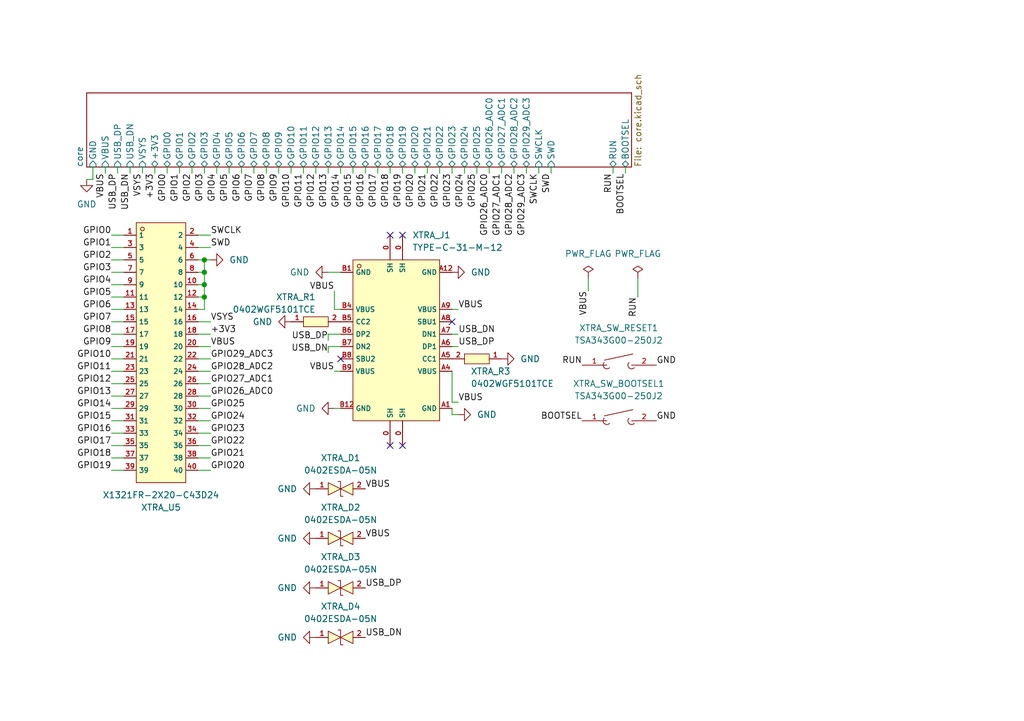
<source format=kicad_sch>
(kicad_sch (version 20230121) (generator eeschema)
  (paper "A5")
  (title_block (title "xtrapico") (date "2024-02-09") (rev "rev0") (company "zeriyoshi") (comment 1 "https://github.com/Breadstick-Innovations/22008-RP2040-Dev-Board") (comment 2 "Based by 22008-RP2040-Dev-Board"))
  (lib_symbols
    (symbol "JLCPCB_0402ESDA-05N:0402ESDA-05N" (pin_names hide)
      (property "Reference" "D" (at 0 1.27 0))
      (property "Value" "0402ESDA-05N" (at 0 -2.54 0))
      (symbol "0402ESDA-05N_0_1"
        (polyline (pts (xy -2.54 1.27) (xy 0 0) (xy -2.54 -1.27) (xy -2.54 1.27)) (fill (type background)))
        (polyline (pts (xy 2.54 1.27) (xy 0 0) (xy 2.54 -1.27) (xy 2.54 1.27)) (fill (type background)))
        (polyline (pts (xy -0.508 1.524) (xy -0.508 1.524) (xy 0 1.524) (xy 0 -1.524) (xy 0.508 -1.524) (xy 0.508 -1.524)))
      )
      (symbol "0402ESDA-05N_1_1"
        (pin passive line (at -5.08 0 0) (length 2.54) (name "1") (number "1"))
        (pin passive line (at 5.08 0 180) (length 2.54) (name "2") (number "2"))
      )
    )
    (symbol "JLCPCB_0402WGF5101TCE:0402WGF5101TCE" (pin_names hide)
      (property "Reference" "R" (at 0 1.27 0))
      (property "Value" "0402WGF5101TCE" (at 0 -2.54 0))
      (symbol "0402WGF5101TCE_0_1"
        (rectangle (start -2.54 1.016) (end 2.54 -1.016) (fill (type background)))
      )
      (symbol "0402WGF5101TCE_1_1"
        (pin passive line (at -5.08 0 0) (length 2.54) (name "1") (number "1"))
        (pin passive line (at 5.08 0 180) (length 2.54) (name "2") (number "2"))
      )
    )
    (symbol "JLCPCB_TSA343G00-250J2:TSA343G00-250J2" (pin_names hide)
      (property "Reference" "SW" (at 0 1.27 0))
      (property "Value" "TSA343G00-250J2" (at 0 -2.54 0))
      (symbol "TSA343G00-250J2_0_1"
        (arc (start -3.0788 0.5388) (mid -3.0788 -0.5388) (end -2.0012 -0.5389))
        (polyline (pts (xy -3.048 1.016) (xy 2.794 2.286)))
        (arc (start 2.0012 0.5388) (mid 2.0012 -0.5388) (end 3.0788 -0.5389))
        (pin input line (at -7.62 0 0) (length 5.08) (name "1") (number "1"))
        (pin input line (at 7.62 0 180) (length 5.08) (name "2") (number "2"))
      )
    )
    (symbol "JLCPCB_TYPE-C-31-M-12:TYPE-C-31-M-12"
      (property "Reference" "U" (at 0 1.27 0))
      (property "Value" "TYPE-C-31-M-12" (at 0 -2.54 0))
      (symbol "TYPE-C-31-M-12_0_1"
        (rectangle (start -8.89 16.51) (end 8.89 -16.51) (fill (type background)))
        (circle (center -7.62 15.24) (radius 0.381) (fill (type background)))
      )
      (symbol "TYPE-C-31-M-12_1_1"
        (pin passive line (at -1.27 -21.59 90) (length 5.08) (name "SH") (number "0"))
        (pin passive line (at -1.27 21.59 270) (length 5.08) (name "SH") (number "0"))
        (pin passive line (at 1.27 -21.59 90) (length 5.08) (name "SH") (number "0"))
        (pin passive line (at 1.27 21.59 270) (length 5.08) (name "SH") (number "0"))
        (pin power_in line (at 11.43 -13.97 180) (length 2.54) (name "GND") (number "A1"))
        (pin power_in line (at 11.43 13.97 180) (length 2.54) (name "GND") (number "A12"))
        (pin power_in line (at 11.43 -6.35 180) (length 2.54) (name "VBUS") (number "A4"))
        (pin bidirectional line (at 11.43 -3.81 180) (length 2.54) (name "CC1") (number "A5"))
        (pin bidirectional line (at 11.43 -1.27 180) (length 2.54) (name "DP1") (number "A6"))
        (pin bidirectional line (at 11.43 1.27 180) (length 2.54) (name "DN1") (number "A7"))
        (pin bidirectional line (at 11.43 3.81 180) (length 2.54) (name "SBU1") (number "A8"))
        (pin power_in line (at 11.43 6.35 180) (length 2.54) (name "VBUS") (number "A9"))
        (pin power_in line (at -11.43 13.97 0) (length 2.54) (name "GND") (number "B1"))
        (pin power_in line (at -11.43 -13.97 0) (length 2.54) (name "GND") (number "B12"))
        (pin power_in line (at -11.43 6.35 0) (length 2.54) (name "VBUS") (number "B4"))
        (pin bidirectional line (at -11.43 3.81 0) (length 2.54) (name "CC2") (number "B5"))
        (pin bidirectional line (at -11.43 1.27 0) (length 2.54) (name "DP2") (number "B6"))
        (pin bidirectional line (at -11.43 -1.27 0) (length 2.54) (name "DN2") (number "B7"))
        (pin bidirectional line (at -11.43 -3.81 0) (length 2.54) (name "SBU2") (number "B8"))
        (pin power_in line (at -11.43 -6.35 0) (length 2.54) (name "VBUS") (number "B9"))
      )
    )
    (symbol "JLCPCB_X1321FR-2X20-C43D24:X1321FR-2X20-C43D24"
      (property "Reference" "U" (at 0 1.27 0))
      (property "Value" "X1321FR-2X20-C43D24" (at 0 -2.54 0))
      (symbol "X1321FR-2X20-C43D24_0_1"
        (rectangle (start -5.08 26.6701) (end 5.08 -26.6701) (fill (type background)))
        (circle (center -3.81 25.4001) (radius 0.381) (fill (type background)))
      )
      (symbol "X1321FR-2X20-C43D24_1_1"
        (pin passive line (at -7.62 24.13 0) (length 2.54) (name "1") (number "1"))
        (pin passive line (at 7.62 13.97 180) (length 2.54) (name "10") (number "10"))
        (pin passive line (at -7.62 11.43 0) (length 2.54) (name "11") (number "11"))
        (pin passive line (at 7.62 11.43 180) (length 2.54) (name "12") (number "12"))
        (pin passive line (at -7.62 8.89 0) (length 2.54) (name "13") (number "13"))
        (pin passive line (at 7.62 8.89 180) (length 2.54) (name "14") (number "14"))
        (pin passive line (at -7.62 6.35 0) (length 2.54) (name "15") (number "15"))
        (pin passive line (at 7.62 6.35 180) (length 2.54) (name "16") (number "16"))
        (pin passive line (at -7.62 3.81 0) (length 2.54) (name "17") (number "17"))
        (pin passive line (at 7.62 3.81 180) (length 2.54) (name "18") (number "18"))
        (pin passive line (at -7.62 1.27 0) (length 2.54) (name "19") (number "19"))
        (pin passive line (at 7.62 24.13 180) (length 2.54) (name "2") (number "2"))
        (pin passive line (at 7.62 1.27 180) (length 2.54) (name "20") (number "20"))
        (pin passive line (at -7.62 -1.27 0) (length 2.54) (name "21") (number "21"))
        (pin passive line (at 7.62 -1.27 180) (length 2.54) (name "22") (number "22"))
        (pin passive line (at -7.62 -3.81 0) (length 2.54) (name "23") (number "23"))
        (pin passive line (at 7.62 -3.81 180) (length 2.54) (name "24") (number "24"))
        (pin passive line (at -7.62 -6.35 0) (length 2.54) (name "25") (number "25"))
        (pin passive line (at 7.62 -6.35 180) (length 2.54) (name "26") (number "26"))
        (pin passive line (at -7.62 -8.89 0) (length 2.54) (name "27") (number "27"))
        (pin passive line (at 7.62 -8.89 180) (length 2.54) (name "28") (number "28"))
        (pin passive line (at -7.62 -11.43 0) (length 2.54) (name "29") (number "29"))
        (pin passive line (at -7.62 21.59 0) (length 2.54) (name "3") (number "3"))
        (pin passive line (at 7.62 -11.43 180) (length 2.54) (name "30") (number "30"))
        (pin passive line (at -7.62 -13.97 0) (length 2.54) (name "31") (number "31"))
        (pin passive line (at 7.62 -13.97 180) (length 2.54) (name "32") (number "32"))
        (pin passive line (at -7.62 -16.51 0) (length 2.54) (name "33") (number "33"))
        (pin passive line (at 7.62 -16.51 180) (length 2.54) (name "34") (number "34"))
        (pin passive line (at -7.62 -19.05 0) (length 2.54) (name "35") (number "35"))
        (pin passive line (at 7.62 -19.05 180) (length 2.54) (name "36") (number "36"))
        (pin passive line (at -7.62 -21.59 0) (length 2.54) (name "37") (number "37"))
        (pin passive line (at 7.62 -21.59 180) (length 2.54) (name "38") (number "38"))
        (pin passive line (at -7.62 -24.13 0) (length 2.54) (name "39") (number "39"))
        (pin passive line (at 7.62 21.59 180) (length 2.54) (name "4") (number "4"))
        (pin passive line (at 7.62 -24.13 180) (length 2.54) (name "40") (number "40"))
        (pin passive line (at -7.62 19.05 0) (length 2.54) (name "5") (number "5"))
        (pin passive line (at 7.62 19.05 180) (length 2.54) (name "6") (number "6"))
        (pin passive line (at -7.62 16.51 0) (length 2.54) (name "7") (number "7"))
        (pin passive line (at 7.62 16.51 180) (length 2.54) (name "8") (number "8"))
        (pin passive line (at -7.62 13.97 0) (length 2.54) (name "9") (number "9"))
      )
    )
    (symbol "power:GND" (power) (pin_names (offset 0))
      (property "Value" "GND" (at 0 -3.81 0))
      (symbol "GND_0_1"
        (polyline (pts (xy 0 0) (xy 0 -1.27) (xy 1.27 -1.27) (xy 0 -2.54) (xy -1.27 -1.27) (xy 0 -1.27)))
      )
      (symbol "GND_1_1"
        (pin power_in line (at 0 0 270) (length 0) hide (name "GND") (number "1"))
      )
    )
    (symbol "power:PWR_FLAG" (power) (pin_numbers hide) (pin_names (offset 0) hide)
      (property "Value" "PWR_FLAG" (at 0 3.81 0))
      (symbol "PWR_FLAG_0_0"
        (pin power_out line (at 0 0 90) (length 0) (name "pwr") (number "1"))
      )
      (symbol "PWR_FLAG_0_1"
        (polyline (pts (xy 0 0) (xy 0 1.27) (xy -1.016 1.905) (xy 0 2.54) (xy 1.016 1.905) (xy 0 1.27)))
      )
    )
  )
  (junction (at 41.91 60.96))
  (junction (at 41.91 53.34))
  (junction (at 41.91 58.42))
  (junction (at 41.91 55.88))
  (no_connect (at 92.71 66.04))
  (no_connect (at 80.01 48.26))
  (no_connect (at 82.55 91.44))
  (no_connect (at 82.55 48.26))
  (no_connect (at 69.85 73.66))
  (no_connect (at 80.01 91.44))
  (wire (pts (xy 41.91 34.29) (xy 41.91 35.56)))
  (wire (pts (xy 17.78 36.83) (xy 19.05 36.83)))
  (wire (pts (xy 40.64 81.28) (xy 43.18 81.28)))
  (wire (pts (xy 40.64 83.82) (xy 43.18 83.82)))
  (wire (pts (xy 67.31 69.85) (xy 67.31 68.58)))
  (wire (pts (xy 41.91 55.88) (xy 40.64 55.88)))
  (wire (pts (xy 72.39 34.29) (xy 72.39 35.56)))
  (wire (pts (xy 90.17 34.29) (xy 90.17 35.56)))
  (wire (pts (xy 93.98 82.55) (xy 92.71 82.55)))
  (wire (pts (xy 41.91 53.34) (xy 41.91 55.88)))
  (wire (pts (xy 93.98 85.09) (xy 92.71 85.09)))
  (wire (pts (xy 22.86 93.98) (xy 25.4 93.98)))
  (wire (pts (xy 36.83 34.29) (xy 36.83 35.56)))
  (wire (pts (xy 41.91 55.88) (xy 41.91 58.42)))
  (wire (pts (xy 22.86 68.58) (xy 25.4 68.58)))
  (wire (pts (xy 41.91 60.96) (xy 41.91 63.5)))
  (wire (pts (xy 77.47 34.29) (xy 77.47 35.56)))
  (wire (pts (xy 22.86 66.04) (xy 25.4 66.04)))
  (wire (pts (xy 92.71 85.09) (xy 92.71 83.82)))
  (wire (pts (xy 64.77 34.29) (xy 64.77 35.56)))
  (wire (pts (xy 22.86 63.5) (xy 25.4 63.5)))
  (wire (pts (xy 29.21 34.29) (xy 29.21 35.56)))
  (wire (pts (xy 40.64 66.04) (xy 43.18 66.04)))
  (wire (pts (xy 21.59 34.29) (xy 21.59 35.56)))
  (wire (pts (xy 22.86 78.74) (xy 25.4 78.74)))
  (wire (pts (xy 22.86 53.34) (xy 25.4 53.34)))
  (wire (pts (xy 22.86 88.9) (xy 25.4 88.9)))
  (wire (pts (xy 67.31 68.58) (xy 69.85 68.58)))
  (wire (pts (xy 68.58 59.69) (xy 68.58 63.5)))
  (wire (pts (xy 67.31 71.12) (xy 69.85 71.12)))
  (wire (pts (xy 40.64 88.9) (xy 43.18 88.9)))
  (wire (pts (xy 52.07 34.29) (xy 52.07 35.56)))
  (wire (pts (xy 102.87 34.29) (xy 102.87 35.56)))
  (wire (pts (xy 74.93 34.29) (xy 74.93 35.56)))
  (wire (pts (xy 87.63 34.29) (xy 87.63 35.56)))
  (wire (pts (xy 49.53 34.29) (xy 49.53 35.56)))
  (wire (pts (xy 69.85 34.29) (xy 69.85 35.56)))
  (wire (pts (xy 40.64 71.12) (xy 43.18 71.12)))
  (wire (pts (xy 19.05 34.29) (xy 19.05 36.83)))
  (wire (pts (xy 31.75 34.29) (xy 31.75 35.56)))
  (wire (pts (xy 105.41 34.29) (xy 105.41 35.56)))
  (wire (pts (xy 40.64 86.36) (xy 43.18 86.36)))
  (wire (pts (xy 22.86 50.8) (xy 25.4 50.8)))
  (wire (pts (xy 92.71 82.55) (xy 92.71 76.2)))
  (wire (pts (xy 40.64 96.52) (xy 43.18 96.52)))
  (wire (pts (xy 93.98 63.5) (xy 92.71 63.5)))
  (wire (pts (xy 22.86 71.12) (xy 25.4 71.12)))
  (wire (pts (xy 40.64 68.58) (xy 43.18 68.58)))
  (wire (pts (xy 125.73 34.29) (xy 125.73 35.56)))
  (wire (pts (xy 22.86 73.66) (xy 25.4 73.66)))
  (wire (pts (xy 110.49 34.29) (xy 110.49 35.56)))
  (wire (pts (xy 130.81 57.15) (xy 130.81 60.96)))
  (wire (pts (xy 68.58 83.82) (xy 69.85 83.82)))
  (wire (pts (xy 40.64 93.98) (xy 43.18 93.98)))
  (wire (pts (xy 22.86 83.82) (xy 25.4 83.82)))
  (wire (pts (xy 40.64 91.44) (xy 43.18 91.44)))
  (wire (pts (xy 82.55 34.29) (xy 82.55 35.56)))
  (wire (pts (xy 40.64 78.74) (xy 43.18 78.74)))
  (wire (pts (xy 40.64 76.2) (xy 43.18 76.2)))
  (wire (pts (xy 40.64 73.66) (xy 43.18 73.66)))
  (wire (pts (xy 44.45 34.29) (xy 44.45 35.56)))
  (wire (pts (xy 22.86 48.26) (xy 25.4 48.26)))
  (wire (pts (xy 22.86 60.96) (xy 25.4 60.96)))
  (wire (pts (xy 22.86 76.2) (xy 25.4 76.2)))
  (wire (pts (xy 80.01 34.29) (xy 80.01 35.56)))
  (wire (pts (xy 24.13 34.29) (xy 24.13 35.56)))
  (wire (pts (xy 68.58 76.2) (xy 69.85 76.2)))
  (wire (pts (xy 46.99 34.29) (xy 46.99 35.56)))
  (wire (pts (xy 92.71 34.29) (xy 92.71 35.56)))
  (wire (pts (xy 128.27 34.29) (xy 128.27 35.56)))
  (wire (pts (xy 22.86 91.44) (xy 25.4 91.44)))
  (wire (pts (xy 97.79 34.29) (xy 97.79 35.56)))
  (wire (pts (xy 67.31 55.88) (xy 69.85 55.88)))
  (wire (pts (xy 100.33 34.29) (xy 100.33 35.56)))
  (wire (pts (xy 67.31 72.39) (xy 67.31 71.12)))
  (wire (pts (xy 93.98 68.58) (xy 92.71 68.58)))
  (wire (pts (xy 85.09 34.29) (xy 85.09 35.56)))
  (wire (pts (xy 59.69 34.29) (xy 59.69 35.56)))
  (wire (pts (xy 41.91 63.5) (xy 40.64 63.5)))
  (wire (pts (xy 68.58 63.5) (xy 69.85 63.5)))
  (wire (pts (xy 40.64 50.8) (xy 43.18 50.8)))
  (wire (pts (xy 67.31 34.29) (xy 67.31 35.56)))
  (wire (pts (xy 41.91 58.42) (xy 41.91 60.96)))
  (wire (pts (xy 41.91 60.96) (xy 40.64 60.96)))
  (wire (pts (xy 40.64 53.34) (xy 41.91 53.34)))
  (wire (pts (xy 62.23 34.29) (xy 62.23 35.56)))
  (wire (pts (xy 57.15 34.29) (xy 57.15 35.56)))
  (wire (pts (xy 41.91 53.34) (xy 43.18 53.34)))
  (wire (pts (xy 22.86 86.36) (xy 25.4 86.36)))
  (wire (pts (xy 95.25 34.29) (xy 95.25 35.56)))
  (wire (pts (xy 54.61 34.29) (xy 54.61 35.56)))
  (wire (pts (xy 41.91 58.42) (xy 40.64 58.42)))
  (wire (pts (xy 22.86 96.52) (xy 25.4 96.52)))
  (wire (pts (xy 107.95 34.29) (xy 107.95 35.56)))
  (wire (pts (xy 120.65 57.15) (xy 120.65 59.69)))
  (wire (pts (xy 113.03 34.29) (xy 113.03 35.56)))
  (wire (pts (xy 26.67 34.29) (xy 26.67 35.56)))
  (wire (pts (xy 22.86 58.42) (xy 25.4 58.42)))
  (wire (pts (xy 22.86 81.28) (xy 25.4 81.28)))
  (wire (pts (xy 34.29 34.29) (xy 34.29 35.56)))
  (wire (pts (xy 40.64 48.26) (xy 43.18 48.26)))
  (wire (pts (xy 93.98 71.12) (xy 92.71 71.12)))
  (wire (pts (xy 22.86 55.88) (xy 25.4 55.88)))
  (wire (pts (xy 39.37 34.29) (xy 39.37 35.56)))
  (label "VBUS" (at 93.98 82.55 0))
  (label "BOOTSEL" (at 119.38 86.36 180))
  (label "GPIO7" (at 22.86 66.04 180))
  (label "GPIO0" (at 22.86 48.26 180))
  (label "VBUS" (at 43.18 71.12 0))
  (label "GPIO6" (at 22.86 63.5 180))
  (label "RUN" (at 130.81 60.96 270))
  (label "GPIO12" (at 64.77 35.56 270))
  (label "VBUS" (at 74.93 110.49 0))
  (label "GPIO4" (at 44.45 35.56 270))
  (label "USB_DP" (at 67.31 69.85 180))
  (label "GPIO11" (at 62.23 35.56 270))
  (label "GPIO5" (at 22.86 60.96 180))
  (label "GPIO9" (at 22.86 71.12 180))
  (label "SWD" (at 113.03 35.56 270))
  (label "GPIO22" (at 90.17 35.56 270))
  (label "GPIO10" (at 22.86 73.66 180))
  (label "SWCLK" (at 110.49 35.56 270))
  (label "SWCLK" (at 43.18 48.26 0))
  (label "GPIO24" (at 43.18 86.36 0))
  (label "GPIO15" (at 72.39 35.56 270))
  (label "GPIO4" (at 22.86 58.42 180))
  (label "VBUS" (at 21.59 35.56 270))
  (label "GND" (at 134.62 74.93 0))
  (label "GPIO26_ADC0" (at 100.33 35.56 270))
  (label "GPIO10" (at 59.69 35.56 270))
  (label "VBUS" (at 68.58 76.2 180))
  (label "GPIO11" (at 22.86 76.2 180))
  (label "GPIO19" (at 82.55 35.56 270))
  (label "GPIO16" (at 22.86 88.9 180))
  (label "GPIO20" (at 43.18 96.52 0))
  (label "GPIO14" (at 22.86 83.82 180))
  (label "VSYS" (at 29.21 35.56 270))
  (label "GPIO18" (at 80.01 35.56 270))
  (label "GPIO13" (at 67.31 35.56 270))
  (label "GPIO25" (at 43.18 83.82 0))
  (label "GPIO23" (at 43.18 88.9 0))
  (label "GND" (at 134.62 86.36 0))
  (label "GPIO3" (at 22.86 55.88 180))
  (label "GPIO25" (at 97.79 35.56 270))
  (label "RUN" (at 119.38 74.93 180))
  (label "GPIO8" (at 22.86 68.58 180))
  (label "USB_DN" (at 74.93 130.81 0))
  (label "GPIO14" (at 69.85 35.56 270))
  (label "GPIO7" (at 52.07 35.56 270))
  (label "USB_DP" (at 93.98 71.12 0))
  (label "GPIO6" (at 49.53 35.56 270))
  (label "GPIO21" (at 87.63 35.56 270))
  (label "GPIO21" (at 43.18 93.98 0))
  (label "GPIO13" (at 22.86 81.28 180))
  (label "GPIO15" (at 22.86 86.36 180))
  (label "+3V3" (at 31.75 35.56 270))
  (label "USB_DP" (at 24.13 35.56 270))
  (label "USB_DN" (at 26.67 35.56 270))
  (label "GPIO20" (at 85.09 35.56 270))
  (label "GPIO1" (at 22.86 50.8 180))
  (label "RUN" (at 125.73 35.56 270))
  (label "USB_DP" (at 74.93 120.65 0))
  (label "VBUS" (at 74.93 100.33 0))
  (label "GPIO9" (at 57.15 35.56 270))
  (label "GPIO17" (at 22.86 91.44 180))
  (label "VSYS" (at 43.18 66.04 0))
  (label "GPIO26_ADC0" (at 43.18 81.28 0))
  (label "GPIO1" (at 36.83 35.56 270))
  (label "GPIO27_ADC1" (at 102.87 35.56 270))
  (label "VBUS" (at 68.58 59.69 180))
  (label "GPIO19" (at 22.86 96.52 180))
  (label "USB_DN" (at 93.98 68.58 0))
  (label "GPIO0" (at 34.29 35.56 270))
  (label "GPIO29_ADC3" (at 107.95 35.56 270))
  (label "SWD" (at 43.18 50.8 0))
  (label "GPIO2" (at 22.86 53.34 180))
  (label "GPIO17" (at 77.47 35.56 270))
  (label "VBUS" (at 120.65 59.69 270))
  (label "GPIO16" (at 74.93 35.56 270))
  (label "GPIO24" (at 95.25 35.56 270))
  (label "VBUS" (at 93.98 63.5 0))
  (label "GPIO3" (at 41.91 35.56 270))
  (label "USB_DN" (at 67.31 72.39 180))
  (label "GPIO27_ADC1" (at 43.18 78.74 0))
  (label "BOOTSEL" (at 128.27 35.56 270))
  (label "GPIO23" (at 92.71 35.56 270))
  (label "GPIO2" (at 39.37 35.56 270))
  (label "GPIO5" (at 46.99 35.56 270))
  (label "GPIO22" (at 43.18 91.44 0))
  (label "GPIO28_ADC2" (at 43.18 76.2 0))
  (label "GPIO28_ADC2" (at 105.41 35.56 270))
  (label "+3V3" (at 43.18 68.58 0))
  (label "GPIO18" (at 22.86 93.98 180))
  (label "GPIO8" (at 54.61 35.56 270))
  (label "GPIO29_ADC3" (at 43.18 73.66 0))
  (label "GPIO12" (at 22.86 78.74 180))
  (symbol (lib_id "power:GND") (at 68.58 83.82 270) (unit 1)
    (property "Reference" "#PWR07" (effects hide))
    (property "Value" "GND" (at 64.77 83.82 90) (effects (justify right)))
  )
  (symbol (lib_id "JLCPCB_X1321FR-2X20-C43D24:X1321FR-2X20-C43D24") (at 33.02 72.39 0) (unit 1)
    (property "Reference" "XTRA_U5" (at 33.02 104.14 0))
    (property "Value" "X1321FR-2X20-C43D24" (at 33.02 101.6 0))
    (property "Footprint" "JLCPCB:CONN-TH_40P_X1321FR-2X20-C43D24" (effects hide))
    (property "Datasheet" "https://atta.szlcsc.com/upload/public/pdf/source/20211011/EE3425984B7D3E93A87361D002AB757E.pdf" (effects hide))
    (property "LCSC" "C2881906" (effects hide))
  )
  (symbol (lib_id "power:GND") (at 17.78 36.83 0) (unit 1)
    (property "Reference" "#PWR05" (effects hide))
    (property "Value" "GND" (at 17.78 41.91 0))
  )
  (symbol (lib_id "JLCPCB_TYPE-C-31-M-12:TYPE-C-31-M-12") (at 81.28 69.85 0) (unit 1)
    (property "Reference" "XTRA_J1" (at 84.5584 48.26 0) (effects (justify left)))
    (property "Value" "TYPE-C-31-M-12" (at 84.5584 50.8 0) (effects (justify left)))
    (property "Footprint" "JLCPCB:USB-C_SMD-TYPE-C-31-M-12" (effects hide))
    (property "Datasheet" "https://so.szlcsc.com/global.html?c=&k=C165948" (effects hide))
    (property "LCSC" "C165948" (effects hide))
  )
  (symbol (lib_id "JLCPCB_0402WGF5101TCE:0402WGF5101TCE") (at 97.79 73.66 180) (unit 1)
    (property "Reference" "XTRA_R3" (at 96.52 76.2 0) (effects (justify right)))
    (property "Value" "0402WGF5101TCE" (at 96.52 78.74 0) (effects (justify right)))
    (property "Footprint" "JLCPCB:R0402" (effects hide))
    (property "Datasheet" "https://item.szlcsc.com/323315.html" (effects hide))
    (property "LCSC" "C25905" (effects hide))
  )
  (symbol (lib_id "power:PWR_FLAG") (at 120.65 57.15 0) (unit 1)
    (property "Reference" "#FLG02" (effects hide))
    (property "Value" "PWR_FLAG" (at 120.65 52.07 0))
  )
  (symbol (lib_id "power:GND") (at 59.69 66.04 270) (unit 1)
    (property "Reference" "#PWR012" (effects hide))
    (property "Value" "GND" (at 55.88 66.04 90) (effects (justify right)))
  )
  (symbol (lib_id "power:GND") (at 43.18 53.34 90) (unit 1)
    (property "Reference" "#PWR013" (effects hide))
    (property "Value" "GND" (at 46.99 53.34 90) (effects (justify right)))
  )
  (symbol (lib_id "JLCPCB_0402ESDA-05N:0402ESDA-05N") (at 69.85 130.81 0) (unit 1)
    (property "Reference" "XTRA_D4" (at 69.85 124.46 0))
    (property "Value" "0402ESDA-05N" (at 69.85 127 0))
    (property "Footprint" "JLCPCB:D0402-BI" (effects hide))
    (property "Datasheet" "https://item.szlcsc.com/351549.html" (effects hide))
    (property "LCSC" "C316049" (effects hide))
  )
  (symbol (lib_id "JLCPCB_0402ESDA-05N:0402ESDA-05N") (at 69.85 100.33 0) (unit 1)
    (property "Reference" "XTRA_D1" (at 69.85 93.98 0))
    (property "Value" "0402ESDA-05N" (at 69.85 96.52 0))
    (property "Footprint" "JLCPCB:D0402-BI" (effects hide))
    (property "Datasheet" "https://item.szlcsc.com/351549.html" (effects hide))
    (property "LCSC" "C316049" (effects hide))
  )
  (symbol (lib_id "power:GND") (at 64.77 120.65 270) (unit 1)
    (property "Reference" "#PWR01" (effects hide))
    (property "Value" "GND" (at 60.96 120.65 90) (effects (justify right)))
  )
  (symbol (lib_id "JLCPCB_TSA343G00-250J2:TSA343G00-250J2") (at 127 86.36 0) (unit 1)
    (property "Reference" "XTRA_SW_BOOTSEL1" (at 126.8884 78.74 0))
    (property "Value" "TSA343G00-250J2" (at 126.8884 81.28 0))
    (property "Footprint" "JLCPCB:SW-SMD_L4.0-W2.9-LS5.0" (effects hide))
    (property "Datasheet" "https://item.szlcsc.com/330471.html" (effects hide))
    (property "LCSC" "C354946" (effects hide))
  )
  (symbol (lib_id "JLCPCB_0402WGF5101TCE:0402WGF5101TCE") (at 64.77 66.04 0) (unit 1)
    (property "Reference" "XTRA_R1" (at 64.77 60.96 0) (effects (justify right)))
    (property "Value" "0402WGF5101TCE" (at 64.77 63.5 0) (effects (justify right)))
    (property "Footprint" "JLCPCB:R0402" (effects hide))
    (property "Datasheet" "https://item.szlcsc.com/323315.html" (effects hide))
    (property "LCSC" "C25905" (effects hide))
  )
  (symbol (lib_id "power:PWR_FLAG") (at 130.81 57.15 0) (unit 1)
    (property "Reference" "#FLG03" (effects hide))
    (property "Value" "PWR_FLAG" (at 130.81 52.07 0))
  )
  (symbol (lib_id "power:GND") (at 64.77 110.49 270) (unit 1)
    (property "Reference" "#PWR04" (effects hide))
    (property "Value" "GND" (at 60.96 110.49 90) (effects (justify right)))
  )
  (symbol (lib_id "JLCPCB_0402ESDA-05N:0402ESDA-05N") (at 69.85 120.65 0) (unit 1)
    (property "Reference" "XTRA_D3" (at 69.85 114.3 0))
    (property "Value" "0402ESDA-05N" (at 69.85 116.84 0))
    (property "Footprint" "JLCPCB:D0402-BI" (effects hide))
    (property "Datasheet" "https://item.szlcsc.com/351549.html" (effects hide))
    (property "LCSC" "C316049" (effects hide))
  )
  (symbol (lib_id "power:GND") (at 102.87 73.66 90) (unit 1)
    (property "Reference" "#PWR06" (effects hide))
    (property "Value" "GND" (at 106.68 73.66 90) (effects (justify right)))
  )
  (symbol (lib_id "power:GND") (at 93.98 85.09 90) (unit 1)
    (property "Reference" "#PWR08" (effects hide))
    (property "Value" "GND" (at 97.79 85.09 90) (effects (justify right)))
  )
  (symbol (lib_id "power:GND") (at 64.77 100.33 270) (unit 1)
    (property "Reference" "#PWR03" (effects hide))
    (property "Value" "GND" (at 60.96 100.33 90) (effects (justify right)))
  )
  (symbol (lib_id "power:GND") (at 92.71 55.88 90) (unit 1)
    (property "Reference" "#PWR010" (effects hide))
    (property "Value" "GND" (at 96.52 55.88 90) (effects (justify right)))
  )
  (symbol (lib_id "power:GND") (at 67.31 55.88 270) (unit 1)
    (property "Reference" "#PWR09" (effects hide))
    (property "Value" "GND" (at 63.5 55.88 90) (effects (justify right)))
  )
  (symbol (lib_id "JLCPCB_0402ESDA-05N:0402ESDA-05N") (at 69.85 110.49 0) (unit 1)
    (property "Reference" "XTRA_D2" (at 69.85 104.14 0))
    (property "Value" "0402ESDA-05N" (at 69.85 106.68 0))
    (property "Footprint" "JLCPCB:D0402-BI" (effects hide))
    (property "Datasheet" "https://item.szlcsc.com/351549.html" (effects hide))
    (property "LCSC" "C316049" (effects hide))
  )
  (symbol (lib_id "JLCPCB_TSA343G00-250J2:TSA343G00-250J2") (at 127 74.93 0) (unit 1)
    (property "Reference" "XTRA_SW_RESET1" (at 126.8884 67.31 0))
    (property "Value" "TSA343G00-250J2" (at 126.8884 69.85 0))
    (property "Footprint" "JLCPCB:SW-SMD_L4.0-W2.9-LS5.0" (effects hide))
    (property "Datasheet" "https://item.szlcsc.com/330471.html" (effects hide))
    (property "LCSC" "C354946" (effects hide))
  )
  (symbol (lib_id "power:GND") (at 64.77 130.81 270) (unit 1)
    (property "Reference" "#PWR02" (effects hide))
    (property "Value" "GND" (at 60.96 130.81 90) (effects (justify right)))
  )
  (sheet (at 17.78 19.05) (size 111.76 15.24) (stroke (width 0.1524))
    (property "Sheetname" "core" (at 17.0684 34.29 90) (effects (justify left bottom)))
    (property "Sheetfile" "core.kicad_sch" (at 130.1246 34.29 90) (effects (justify left top)))
    (pin "GND" input (at 19.05 34.29 270))
    (pin "USB_DN" input (at 26.67 34.29 270))
    (pin "USB_DP" input (at 24.13 34.29 270))
    (pin "VBUS" input (at 21.59 34.29 270))
    (pin "GPIO11" bidirectional (at 62.23 34.29 270))
    (pin "GPIO10" bidirectional (at 59.69 34.29 270))
    (pin "GPIO9" bidirectional (at 57.15 34.29 270))
    (pin "GPIO1" bidirectional (at 36.83 34.29 270))
    (pin "GPIO0" bidirectional (at 34.29 34.29 270))
    (pin "GPIO4" bidirectional (at 44.45 34.29 270))
    (pin "GPIO5" bidirectional (at 46.99 34.29 270))
    (pin "GPIO6" bidirectional (at 49.53 34.29 270))
    (pin "GPIO7" bidirectional (at 52.07 34.29 270))
    (pin "GPIO8" bidirectional (at 54.61 34.29 270))
    (pin "GPIO3" bidirectional (at 41.91 34.29 270))
    (pin "GPIO2" bidirectional (at 39.37 34.29 270))
    (pin "GPIO12" bidirectional (at 64.77 34.29 270))
    (pin "SWCLK" input (at 110.49 34.29 270))
    (pin "SWD" input (at 113.03 34.29 270))
    (pin "GPIO15" bidirectional (at 72.39 34.29 270))
    (pin "GPIO14" bidirectional (at 69.85 34.29 270))
    (pin "GPIO13" bidirectional (at 67.31 34.29 270))
    (pin "GPIO20" bidirectional (at 85.09 34.29 270))
    (pin "GPIO21" bidirectional (at 87.63 34.29 270))
    (pin "GPIO22" bidirectional (at 90.17 34.29 270))
    (pin "GPIO19" bidirectional (at 82.55 34.29 270))
    (pin "GPIO18" bidirectional (at 80.01 34.29 270))
    (pin "GPIO16" bidirectional (at 74.93 34.29 270))
    (pin "GPIO17" bidirectional (at 77.47 34.29 270))
    (pin "GPIO23" bidirectional (at 92.71 34.29 270))
    (pin "GPIO24" bidirectional (at 95.25 34.29 270))
    (pin "GPIO25" bidirectional (at 97.79 34.29 270))
    (pin "GPIO27_ADC1" bidirectional (at 102.87 34.29 270))
    (pin "GPIO26_ADC0" bidirectional (at 100.33 34.29 270))
    (pin "GPIO28_ADC2" bidirectional (at 105.41 34.29 270))
    (pin "GPIO29_ADC3" bidirectional (at 107.95 34.29 270))
    (pin "VSYS" input (at 29.21 34.29 270))
    (pin "+3V3" bidirectional (at 31.75 34.29 270))
    (pin "RUN" bidirectional (at 125.73 34.29 270))
    (pin "BOOTSEL" bidirectional (at 128.27 34.29 270))
  )
)
</source>
